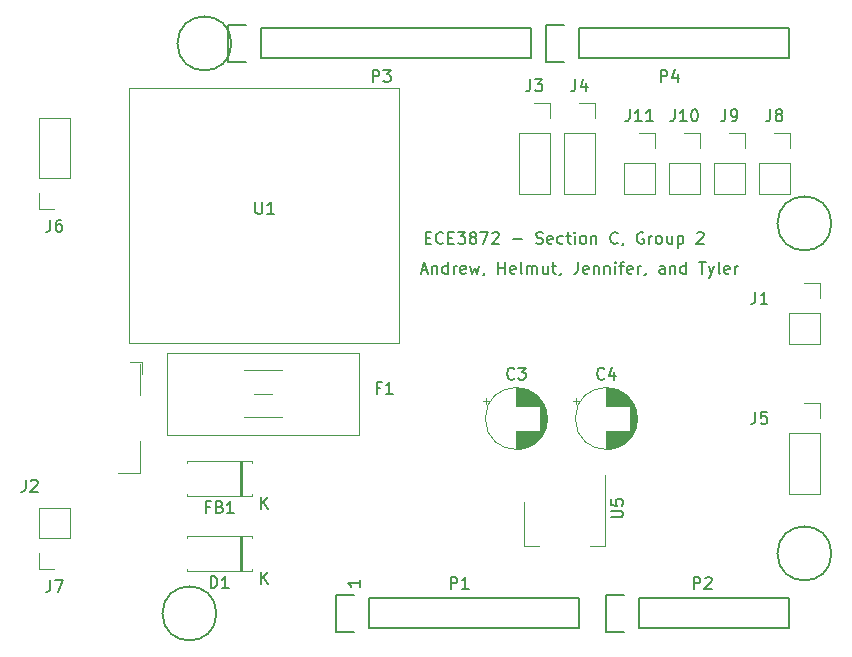
<source format=gbr>
%TF.GenerationSoftware,KiCad,Pcbnew,(5.1.10)-1*%
%TF.CreationDate,2021-10-12T20:12:19-04:00*%
%TF.ProjectId,monkey_arduino_shield,6d6f6e6b-6579-45f6-9172-6475696e6f5f,rev?*%
%TF.SameCoordinates,PX69db1f0PY7882d48*%
%TF.FileFunction,Legend,Top*%
%TF.FilePolarity,Positive*%
%FSLAX46Y46*%
G04 Gerber Fmt 4.6, Leading zero omitted, Abs format (unit mm)*
G04 Created by KiCad (PCBNEW (5.1.10)-1) date 2021-10-12 20:12:19*
%MOMM*%
%LPD*%
G01*
G04 APERTURE LIST*
%ADD10C,0.150000*%
%ADD11C,0.120000*%
G04 APERTURE END LIST*
D10*
X33632857Y31583334D02*
X34109047Y31583334D01*
X33537619Y31297620D02*
X33870952Y32297620D01*
X34204285Y31297620D01*
X34537619Y31964286D02*
X34537619Y31297620D01*
X34537619Y31869048D02*
X34585238Y31916667D01*
X34680476Y31964286D01*
X34823333Y31964286D01*
X34918571Y31916667D01*
X34966190Y31821429D01*
X34966190Y31297620D01*
X35870952Y31297620D02*
X35870952Y32297620D01*
X35870952Y31345239D02*
X35775714Y31297620D01*
X35585238Y31297620D01*
X35490000Y31345239D01*
X35442380Y31392858D01*
X35394761Y31488096D01*
X35394761Y31773810D01*
X35442380Y31869048D01*
X35490000Y31916667D01*
X35585238Y31964286D01*
X35775714Y31964286D01*
X35870952Y31916667D01*
X36347142Y31297620D02*
X36347142Y31964286D01*
X36347142Y31773810D02*
X36394761Y31869048D01*
X36442380Y31916667D01*
X36537619Y31964286D01*
X36632857Y31964286D01*
X37347142Y31345239D02*
X37251904Y31297620D01*
X37061428Y31297620D01*
X36966190Y31345239D01*
X36918571Y31440477D01*
X36918571Y31821429D01*
X36966190Y31916667D01*
X37061428Y31964286D01*
X37251904Y31964286D01*
X37347142Y31916667D01*
X37394761Y31821429D01*
X37394761Y31726191D01*
X36918571Y31630953D01*
X37728095Y31964286D02*
X37918571Y31297620D01*
X38109047Y31773810D01*
X38299523Y31297620D01*
X38490000Y31964286D01*
X38918571Y31345239D02*
X38918571Y31297620D01*
X38870952Y31202381D01*
X38823333Y31154762D01*
X40109047Y31297620D02*
X40109047Y32297620D01*
X40109047Y31821429D02*
X40680476Y31821429D01*
X40680476Y31297620D02*
X40680476Y32297620D01*
X41537619Y31345239D02*
X41442380Y31297620D01*
X41251904Y31297620D01*
X41156666Y31345239D01*
X41109047Y31440477D01*
X41109047Y31821429D01*
X41156666Y31916667D01*
X41251904Y31964286D01*
X41442380Y31964286D01*
X41537619Y31916667D01*
X41585238Y31821429D01*
X41585238Y31726191D01*
X41109047Y31630953D01*
X42156666Y31297620D02*
X42061428Y31345239D01*
X42013809Y31440477D01*
X42013809Y32297620D01*
X42537619Y31297620D02*
X42537619Y31964286D01*
X42537619Y31869048D02*
X42585238Y31916667D01*
X42680476Y31964286D01*
X42823333Y31964286D01*
X42918571Y31916667D01*
X42966190Y31821429D01*
X42966190Y31297620D01*
X42966190Y31821429D02*
X43013809Y31916667D01*
X43109047Y31964286D01*
X43251904Y31964286D01*
X43347142Y31916667D01*
X43394761Y31821429D01*
X43394761Y31297620D01*
X44299523Y31964286D02*
X44299523Y31297620D01*
X43870952Y31964286D02*
X43870952Y31440477D01*
X43918571Y31345239D01*
X44013809Y31297620D01*
X44156666Y31297620D01*
X44251904Y31345239D01*
X44299523Y31392858D01*
X44632857Y31964286D02*
X45013809Y31964286D01*
X44775714Y32297620D02*
X44775714Y31440477D01*
X44823333Y31345239D01*
X44918571Y31297620D01*
X45013809Y31297620D01*
X45394761Y31345239D02*
X45394761Y31297620D01*
X45347142Y31202381D01*
X45299523Y31154762D01*
X46870952Y32297620D02*
X46870952Y31583334D01*
X46823333Y31440477D01*
X46728095Y31345239D01*
X46585238Y31297620D01*
X46490000Y31297620D01*
X47728095Y31345239D02*
X47632857Y31297620D01*
X47442380Y31297620D01*
X47347142Y31345239D01*
X47299523Y31440477D01*
X47299523Y31821429D01*
X47347142Y31916667D01*
X47442380Y31964286D01*
X47632857Y31964286D01*
X47728095Y31916667D01*
X47775714Y31821429D01*
X47775714Y31726191D01*
X47299523Y31630953D01*
X48204285Y31964286D02*
X48204285Y31297620D01*
X48204285Y31869048D02*
X48251904Y31916667D01*
X48347142Y31964286D01*
X48490000Y31964286D01*
X48585238Y31916667D01*
X48632857Y31821429D01*
X48632857Y31297620D01*
X49109047Y31964286D02*
X49109047Y31297620D01*
X49109047Y31869048D02*
X49156666Y31916667D01*
X49251904Y31964286D01*
X49394761Y31964286D01*
X49490000Y31916667D01*
X49537619Y31821429D01*
X49537619Y31297620D01*
X50013809Y31297620D02*
X50013809Y31964286D01*
X50013809Y32297620D02*
X49966190Y32250000D01*
X50013809Y32202381D01*
X50061428Y32250000D01*
X50013809Y32297620D01*
X50013809Y32202381D01*
X50347142Y31964286D02*
X50728095Y31964286D01*
X50490000Y31297620D02*
X50490000Y32154762D01*
X50537619Y32250000D01*
X50632857Y32297620D01*
X50728095Y32297620D01*
X51442380Y31345239D02*
X51347142Y31297620D01*
X51156666Y31297620D01*
X51061428Y31345239D01*
X51013809Y31440477D01*
X51013809Y31821429D01*
X51061428Y31916667D01*
X51156666Y31964286D01*
X51347142Y31964286D01*
X51442380Y31916667D01*
X51490000Y31821429D01*
X51490000Y31726191D01*
X51013809Y31630953D01*
X51918571Y31297620D02*
X51918571Y31964286D01*
X51918571Y31773810D02*
X51966190Y31869048D01*
X52013809Y31916667D01*
X52109047Y31964286D01*
X52204285Y31964286D01*
X52585238Y31345239D02*
X52585238Y31297620D01*
X52537619Y31202381D01*
X52490000Y31154762D01*
X54204285Y31297620D02*
X54204285Y31821429D01*
X54156666Y31916667D01*
X54061428Y31964286D01*
X53870952Y31964286D01*
X53775714Y31916667D01*
X54204285Y31345239D02*
X54109047Y31297620D01*
X53870952Y31297620D01*
X53775714Y31345239D01*
X53728095Y31440477D01*
X53728095Y31535715D01*
X53775714Y31630953D01*
X53870952Y31678572D01*
X54109047Y31678572D01*
X54204285Y31726191D01*
X54680476Y31964286D02*
X54680476Y31297620D01*
X54680476Y31869048D02*
X54728095Y31916667D01*
X54823333Y31964286D01*
X54966190Y31964286D01*
X55061428Y31916667D01*
X55109047Y31821429D01*
X55109047Y31297620D01*
X56013809Y31297620D02*
X56013809Y32297620D01*
X56013809Y31345239D02*
X55918571Y31297620D01*
X55728095Y31297620D01*
X55632857Y31345239D01*
X55585238Y31392858D01*
X55537619Y31488096D01*
X55537619Y31773810D01*
X55585238Y31869048D01*
X55632857Y31916667D01*
X55728095Y31964286D01*
X55918571Y31964286D01*
X56013809Y31916667D01*
X57109047Y32297620D02*
X57680476Y32297620D01*
X57394761Y31297620D02*
X57394761Y32297620D01*
X57918571Y31964286D02*
X58156666Y31297620D01*
X58394761Y31964286D02*
X58156666Y31297620D01*
X58061428Y31059524D01*
X58013809Y31011905D01*
X57918571Y30964286D01*
X58918571Y31297620D02*
X58823333Y31345239D01*
X58775714Y31440477D01*
X58775714Y32297620D01*
X59680476Y31345239D02*
X59585238Y31297620D01*
X59394761Y31297620D01*
X59299523Y31345239D01*
X59251904Y31440477D01*
X59251904Y31821429D01*
X59299523Y31916667D01*
X59394761Y31964286D01*
X59585238Y31964286D01*
X59680476Y31916667D01*
X59728095Y31821429D01*
X59728095Y31726191D01*
X59251904Y31630953D01*
X60156666Y31297620D02*
X60156666Y31964286D01*
X60156666Y31773810D02*
X60204285Y31869048D01*
X60251904Y31916667D01*
X60347142Y31964286D01*
X60442380Y31964286D01*
X33981904Y34361429D02*
X34315238Y34361429D01*
X34458095Y33837620D02*
X33981904Y33837620D01*
X33981904Y34837620D01*
X34458095Y34837620D01*
X35458095Y33932858D02*
X35410476Y33885239D01*
X35267619Y33837620D01*
X35172380Y33837620D01*
X35029523Y33885239D01*
X34934285Y33980477D01*
X34886666Y34075715D01*
X34839047Y34266191D01*
X34839047Y34409048D01*
X34886666Y34599524D01*
X34934285Y34694762D01*
X35029523Y34790000D01*
X35172380Y34837620D01*
X35267619Y34837620D01*
X35410476Y34790000D01*
X35458095Y34742381D01*
X35886666Y34361429D02*
X36220000Y34361429D01*
X36362857Y33837620D02*
X35886666Y33837620D01*
X35886666Y34837620D01*
X36362857Y34837620D01*
X36696190Y34837620D02*
X37315238Y34837620D01*
X36981904Y34456667D01*
X37124761Y34456667D01*
X37220000Y34409048D01*
X37267619Y34361429D01*
X37315238Y34266191D01*
X37315238Y34028096D01*
X37267619Y33932858D01*
X37220000Y33885239D01*
X37124761Y33837620D01*
X36839047Y33837620D01*
X36743809Y33885239D01*
X36696190Y33932858D01*
X37886666Y34409048D02*
X37791428Y34456667D01*
X37743809Y34504286D01*
X37696190Y34599524D01*
X37696190Y34647143D01*
X37743809Y34742381D01*
X37791428Y34790000D01*
X37886666Y34837620D01*
X38077142Y34837620D01*
X38172380Y34790000D01*
X38220000Y34742381D01*
X38267619Y34647143D01*
X38267619Y34599524D01*
X38220000Y34504286D01*
X38172380Y34456667D01*
X38077142Y34409048D01*
X37886666Y34409048D01*
X37791428Y34361429D01*
X37743809Y34313810D01*
X37696190Y34218572D01*
X37696190Y34028096D01*
X37743809Y33932858D01*
X37791428Y33885239D01*
X37886666Y33837620D01*
X38077142Y33837620D01*
X38172380Y33885239D01*
X38220000Y33932858D01*
X38267619Y34028096D01*
X38267619Y34218572D01*
X38220000Y34313810D01*
X38172380Y34361429D01*
X38077142Y34409048D01*
X38600952Y34837620D02*
X39267619Y34837620D01*
X38839047Y33837620D01*
X39600952Y34742381D02*
X39648571Y34790000D01*
X39743809Y34837620D01*
X39981904Y34837620D01*
X40077142Y34790000D01*
X40124761Y34742381D01*
X40172380Y34647143D01*
X40172380Y34551905D01*
X40124761Y34409048D01*
X39553333Y33837620D01*
X40172380Y33837620D01*
X41362857Y34218572D02*
X42124761Y34218572D01*
X43315238Y33885239D02*
X43458095Y33837620D01*
X43696190Y33837620D01*
X43791428Y33885239D01*
X43839047Y33932858D01*
X43886666Y34028096D01*
X43886666Y34123334D01*
X43839047Y34218572D01*
X43791428Y34266191D01*
X43696190Y34313810D01*
X43505714Y34361429D01*
X43410476Y34409048D01*
X43362857Y34456667D01*
X43315238Y34551905D01*
X43315238Y34647143D01*
X43362857Y34742381D01*
X43410476Y34790000D01*
X43505714Y34837620D01*
X43743809Y34837620D01*
X43886666Y34790000D01*
X44696190Y33885239D02*
X44600952Y33837620D01*
X44410476Y33837620D01*
X44315238Y33885239D01*
X44267619Y33980477D01*
X44267619Y34361429D01*
X44315238Y34456667D01*
X44410476Y34504286D01*
X44600952Y34504286D01*
X44696190Y34456667D01*
X44743809Y34361429D01*
X44743809Y34266191D01*
X44267619Y34170953D01*
X45600952Y33885239D02*
X45505714Y33837620D01*
X45315238Y33837620D01*
X45220000Y33885239D01*
X45172380Y33932858D01*
X45124761Y34028096D01*
X45124761Y34313810D01*
X45172380Y34409048D01*
X45220000Y34456667D01*
X45315238Y34504286D01*
X45505714Y34504286D01*
X45600952Y34456667D01*
X45886666Y34504286D02*
X46267619Y34504286D01*
X46029523Y34837620D02*
X46029523Y33980477D01*
X46077142Y33885239D01*
X46172380Y33837620D01*
X46267619Y33837620D01*
X46600952Y33837620D02*
X46600952Y34504286D01*
X46600952Y34837620D02*
X46553333Y34790000D01*
X46600952Y34742381D01*
X46648571Y34790000D01*
X46600952Y34837620D01*
X46600952Y34742381D01*
X47220000Y33837620D02*
X47124761Y33885239D01*
X47077142Y33932858D01*
X47029523Y34028096D01*
X47029523Y34313810D01*
X47077142Y34409048D01*
X47124761Y34456667D01*
X47220000Y34504286D01*
X47362857Y34504286D01*
X47458095Y34456667D01*
X47505714Y34409048D01*
X47553333Y34313810D01*
X47553333Y34028096D01*
X47505714Y33932858D01*
X47458095Y33885239D01*
X47362857Y33837620D01*
X47220000Y33837620D01*
X47981904Y34504286D02*
X47981904Y33837620D01*
X47981904Y34409048D02*
X48029523Y34456667D01*
X48124761Y34504286D01*
X48267619Y34504286D01*
X48362857Y34456667D01*
X48410476Y34361429D01*
X48410476Y33837620D01*
X50220000Y33932858D02*
X50172380Y33885239D01*
X50029523Y33837620D01*
X49934285Y33837620D01*
X49791428Y33885239D01*
X49696190Y33980477D01*
X49648571Y34075715D01*
X49600952Y34266191D01*
X49600952Y34409048D01*
X49648571Y34599524D01*
X49696190Y34694762D01*
X49791428Y34790000D01*
X49934285Y34837620D01*
X50029523Y34837620D01*
X50172380Y34790000D01*
X50220000Y34742381D01*
X50696190Y33885239D02*
X50696190Y33837620D01*
X50648571Y33742381D01*
X50600952Y33694762D01*
X52410476Y34790000D02*
X52315238Y34837620D01*
X52172380Y34837620D01*
X52029523Y34790000D01*
X51934285Y34694762D01*
X51886666Y34599524D01*
X51839047Y34409048D01*
X51839047Y34266191D01*
X51886666Y34075715D01*
X51934285Y33980477D01*
X52029523Y33885239D01*
X52172380Y33837620D01*
X52267619Y33837620D01*
X52410476Y33885239D01*
X52458095Y33932858D01*
X52458095Y34266191D01*
X52267619Y34266191D01*
X52886666Y33837620D02*
X52886666Y34504286D01*
X52886666Y34313810D02*
X52934285Y34409048D01*
X52981904Y34456667D01*
X53077142Y34504286D01*
X53172380Y34504286D01*
X53648571Y33837620D02*
X53553333Y33885239D01*
X53505714Y33932858D01*
X53458095Y34028096D01*
X53458095Y34313810D01*
X53505714Y34409048D01*
X53553333Y34456667D01*
X53648571Y34504286D01*
X53791428Y34504286D01*
X53886666Y34456667D01*
X53934285Y34409048D01*
X53981904Y34313810D01*
X53981904Y34028096D01*
X53934285Y33932858D01*
X53886666Y33885239D01*
X53791428Y33837620D01*
X53648571Y33837620D01*
X54839047Y34504286D02*
X54839047Y33837620D01*
X54410476Y34504286D02*
X54410476Y33980477D01*
X54458095Y33885239D01*
X54553333Y33837620D01*
X54696190Y33837620D01*
X54791428Y33885239D01*
X54839047Y33932858D01*
X55315238Y34504286D02*
X55315238Y33504286D01*
X55315238Y34456667D02*
X55410476Y34504286D01*
X55600952Y34504286D01*
X55696190Y34456667D01*
X55743809Y34409048D01*
X55791428Y34313810D01*
X55791428Y34028096D01*
X55743809Y33932858D01*
X55696190Y33885239D01*
X55600952Y33837620D01*
X55410476Y33837620D01*
X55315238Y33885239D01*
X56934285Y34742381D02*
X56981904Y34790000D01*
X57077142Y34837620D01*
X57315238Y34837620D01*
X57410476Y34790000D01*
X57458095Y34742381D01*
X57505714Y34647143D01*
X57505714Y34551905D01*
X57458095Y34409048D01*
X56886666Y33837620D01*
X57505714Y33837620D01*
X28392380Y5365715D02*
X28392380Y4794286D01*
X28392380Y5080000D02*
X27392380Y5080000D01*
X27535238Y4984762D01*
X27630476Y4889524D01*
X27678095Y4794286D01*
D11*
%TO.C,J2*%
X9790000Y23650000D02*
X9790000Y21050000D01*
X9790000Y14450000D02*
X7890000Y14450000D01*
X9790000Y17150000D02*
X9790000Y14450000D01*
X8940000Y23850000D02*
X9990000Y23850000D01*
X9990000Y22800000D02*
X9990000Y23850000D01*
%TO.C,FB1*%
X19230000Y12630000D02*
X19230000Y12500000D01*
X19230000Y12500000D02*
X13790000Y12500000D01*
X13790000Y12500000D02*
X13790000Y12630000D01*
X19230000Y15310000D02*
X19230000Y15440000D01*
X19230000Y15440000D02*
X13790000Y15440000D01*
X13790000Y15440000D02*
X13790000Y15310000D01*
X18330000Y12500000D02*
X18330000Y15440000D01*
X18210000Y12500000D02*
X18210000Y15440000D01*
X18450000Y12500000D02*
X18450000Y15440000D01*
%TO.C,D1*%
X19230000Y6280000D02*
X19230000Y6150000D01*
X19230000Y6150000D02*
X13790000Y6150000D01*
X13790000Y6150000D02*
X13790000Y6280000D01*
X19230000Y8960000D02*
X19230000Y9090000D01*
X19230000Y9090000D02*
X13790000Y9090000D01*
X13790000Y9090000D02*
X13790000Y8960000D01*
X18330000Y6150000D02*
X18330000Y9090000D01*
X18210000Y6150000D02*
X18210000Y9090000D01*
X18450000Y6150000D02*
X18450000Y9090000D01*
%TO.C,U1*%
X31750000Y25400000D02*
X8890000Y25400000D01*
X8890000Y25400000D02*
X8890000Y46990000D01*
X8890000Y46990000D02*
X31750000Y46990000D01*
X31750000Y46990000D02*
X31750000Y25400000D01*
%TO.C,J11*%
X50740000Y40640000D02*
X53400000Y40640000D01*
X50740000Y40640000D02*
X50740000Y38040000D01*
X50740000Y38040000D02*
X53400000Y38040000D01*
X53400000Y40640000D02*
X53400000Y38040000D01*
X53400000Y43240000D02*
X53400000Y41910000D01*
X52070000Y43240000D02*
X53400000Y43240000D01*
%TO.C,J10*%
X54550000Y40640000D02*
X57210000Y40640000D01*
X54550000Y40640000D02*
X54550000Y38040000D01*
X54550000Y38040000D02*
X57210000Y38040000D01*
X57210000Y40640000D02*
X57210000Y38040000D01*
X57210000Y43240000D02*
X57210000Y41910000D01*
X55880000Y43240000D02*
X57210000Y43240000D01*
%TO.C,J9*%
X58360000Y40640000D02*
X61020000Y40640000D01*
X58360000Y40640000D02*
X58360000Y38040000D01*
X58360000Y38040000D02*
X61020000Y38040000D01*
X61020000Y40640000D02*
X61020000Y38040000D01*
X61020000Y43240000D02*
X61020000Y41910000D01*
X59690000Y43240000D02*
X61020000Y43240000D01*
%TO.C,J8*%
X62170000Y40640000D02*
X64830000Y40640000D01*
X62170000Y40640000D02*
X62170000Y38040000D01*
X62170000Y38040000D02*
X64830000Y38040000D01*
X64830000Y40640000D02*
X64830000Y38040000D01*
X64830000Y43240000D02*
X64830000Y41910000D01*
X63500000Y43240000D02*
X64830000Y43240000D01*
%TO.C,J7*%
X3870000Y8890000D02*
X1210000Y8890000D01*
X3870000Y8890000D02*
X3870000Y11490000D01*
X3870000Y11490000D02*
X1210000Y11490000D01*
X1210000Y8890000D02*
X1210000Y11490000D01*
X1210000Y6290000D02*
X1210000Y7620000D01*
X2540000Y6290000D02*
X1210000Y6290000D01*
%TO.C,J6*%
X3870000Y39370000D02*
X1210000Y39370000D01*
X3870000Y39370000D02*
X3870000Y44510000D01*
X3870000Y44510000D02*
X1210000Y44510000D01*
X1210000Y39370000D02*
X1210000Y44510000D01*
X1210000Y36770000D02*
X1210000Y38100000D01*
X2540000Y36770000D02*
X1210000Y36770000D01*
%TO.C,J5*%
X64710000Y17780000D02*
X67370000Y17780000D01*
X64710000Y17780000D02*
X64710000Y12640000D01*
X64710000Y12640000D02*
X67370000Y12640000D01*
X67370000Y17780000D02*
X67370000Y12640000D01*
X67370000Y20380000D02*
X67370000Y19050000D01*
X66040000Y20380000D02*
X67370000Y20380000D01*
%TO.C,J4*%
X45660000Y43180000D02*
X48320000Y43180000D01*
X45660000Y43180000D02*
X45660000Y38040000D01*
X45660000Y38040000D02*
X48320000Y38040000D01*
X48320000Y43180000D02*
X48320000Y38040000D01*
X48320000Y45780000D02*
X48320000Y44450000D01*
X46990000Y45780000D02*
X48320000Y45780000D01*
%TO.C,J3*%
X41850000Y43180000D02*
X44510000Y43180000D01*
X41850000Y43180000D02*
X41850000Y38040000D01*
X41850000Y38040000D02*
X44510000Y38040000D01*
X44510000Y43180000D02*
X44510000Y38040000D01*
X44510000Y45780000D02*
X44510000Y44450000D01*
X43180000Y45780000D02*
X44510000Y45780000D01*
%TO.C,J1*%
X64710000Y27940000D02*
X67370000Y27940000D01*
X64710000Y27940000D02*
X64710000Y25340000D01*
X64710000Y25340000D02*
X67370000Y25340000D01*
X67370000Y27940000D02*
X67370000Y25340000D01*
X67370000Y30540000D02*
X67370000Y29210000D01*
X66040000Y30540000D02*
X67370000Y30540000D01*
%TO.C,F1*%
X12100000Y24630000D02*
X12100000Y17690000D01*
X12100000Y17690000D02*
X28300000Y17690000D01*
X28300000Y17690000D02*
X28300000Y24630000D01*
X28300000Y24630000D02*
X12100000Y24630000D01*
X19450000Y21160000D02*
X20950000Y21160000D01*
X21800000Y19160000D02*
X18600000Y19160000D01*
X18600000Y23160000D02*
X21800000Y23160000D01*
%TO.C,C4*%
X51880000Y19050000D02*
G75*
G03*
X51880000Y19050000I-2620000J0D01*
G01*
X49260000Y18010000D02*
X49260000Y16470000D01*
X49260000Y21630000D02*
X49260000Y20090000D01*
X49300000Y18010000D02*
X49300000Y16470000D01*
X49300000Y21630000D02*
X49300000Y20090000D01*
X49340000Y21629000D02*
X49340000Y20090000D01*
X49340000Y18010000D02*
X49340000Y16471000D01*
X49380000Y21628000D02*
X49380000Y20090000D01*
X49380000Y18010000D02*
X49380000Y16472000D01*
X49420000Y21626000D02*
X49420000Y20090000D01*
X49420000Y18010000D02*
X49420000Y16474000D01*
X49460000Y21623000D02*
X49460000Y20090000D01*
X49460000Y18010000D02*
X49460000Y16477000D01*
X49500000Y21619000D02*
X49500000Y20090000D01*
X49500000Y18010000D02*
X49500000Y16481000D01*
X49540000Y21615000D02*
X49540000Y20090000D01*
X49540000Y18010000D02*
X49540000Y16485000D01*
X49580000Y21611000D02*
X49580000Y20090000D01*
X49580000Y18010000D02*
X49580000Y16489000D01*
X49620000Y21606000D02*
X49620000Y20090000D01*
X49620000Y18010000D02*
X49620000Y16494000D01*
X49660000Y21600000D02*
X49660000Y20090000D01*
X49660000Y18010000D02*
X49660000Y16500000D01*
X49700000Y21593000D02*
X49700000Y20090000D01*
X49700000Y18010000D02*
X49700000Y16507000D01*
X49740000Y21586000D02*
X49740000Y20090000D01*
X49740000Y18010000D02*
X49740000Y16514000D01*
X49780000Y21578000D02*
X49780000Y20090000D01*
X49780000Y18010000D02*
X49780000Y16522000D01*
X49820000Y21570000D02*
X49820000Y20090000D01*
X49820000Y18010000D02*
X49820000Y16530000D01*
X49860000Y21561000D02*
X49860000Y20090000D01*
X49860000Y18010000D02*
X49860000Y16539000D01*
X49900000Y21551000D02*
X49900000Y20090000D01*
X49900000Y18010000D02*
X49900000Y16549000D01*
X49940000Y21541000D02*
X49940000Y20090000D01*
X49940000Y18010000D02*
X49940000Y16559000D01*
X49981000Y21530000D02*
X49981000Y20090000D01*
X49981000Y18010000D02*
X49981000Y16570000D01*
X50021000Y21518000D02*
X50021000Y20090000D01*
X50021000Y18010000D02*
X50021000Y16582000D01*
X50061000Y21505000D02*
X50061000Y20090000D01*
X50061000Y18010000D02*
X50061000Y16595000D01*
X50101000Y21492000D02*
X50101000Y20090000D01*
X50101000Y18010000D02*
X50101000Y16608000D01*
X50141000Y21478000D02*
X50141000Y20090000D01*
X50141000Y18010000D02*
X50141000Y16622000D01*
X50181000Y21464000D02*
X50181000Y20090000D01*
X50181000Y18010000D02*
X50181000Y16636000D01*
X50221000Y21448000D02*
X50221000Y20090000D01*
X50221000Y18010000D02*
X50221000Y16652000D01*
X50261000Y21432000D02*
X50261000Y20090000D01*
X50261000Y18010000D02*
X50261000Y16668000D01*
X50301000Y21415000D02*
X50301000Y20090000D01*
X50301000Y18010000D02*
X50301000Y16685000D01*
X50341000Y21398000D02*
X50341000Y20090000D01*
X50341000Y18010000D02*
X50341000Y16702000D01*
X50381000Y21379000D02*
X50381000Y20090000D01*
X50381000Y18010000D02*
X50381000Y16721000D01*
X50421000Y21360000D02*
X50421000Y20090000D01*
X50421000Y18010000D02*
X50421000Y16740000D01*
X50461000Y21340000D02*
X50461000Y20090000D01*
X50461000Y18010000D02*
X50461000Y16760000D01*
X50501000Y21318000D02*
X50501000Y20090000D01*
X50501000Y18010000D02*
X50501000Y16782000D01*
X50541000Y21297000D02*
X50541000Y20090000D01*
X50541000Y18010000D02*
X50541000Y16803000D01*
X50581000Y21274000D02*
X50581000Y20090000D01*
X50581000Y18010000D02*
X50581000Y16826000D01*
X50621000Y21250000D02*
X50621000Y20090000D01*
X50621000Y18010000D02*
X50621000Y16850000D01*
X50661000Y21225000D02*
X50661000Y20090000D01*
X50661000Y18010000D02*
X50661000Y16875000D01*
X50701000Y21199000D02*
X50701000Y20090000D01*
X50701000Y18010000D02*
X50701000Y16901000D01*
X50741000Y21172000D02*
X50741000Y20090000D01*
X50741000Y18010000D02*
X50741000Y16928000D01*
X50781000Y21145000D02*
X50781000Y20090000D01*
X50781000Y18010000D02*
X50781000Y16955000D01*
X50821000Y21115000D02*
X50821000Y20090000D01*
X50821000Y18010000D02*
X50821000Y16985000D01*
X50861000Y21085000D02*
X50861000Y20090000D01*
X50861000Y18010000D02*
X50861000Y17015000D01*
X50901000Y21054000D02*
X50901000Y20090000D01*
X50901000Y18010000D02*
X50901000Y17046000D01*
X50941000Y21021000D02*
X50941000Y20090000D01*
X50941000Y18010000D02*
X50941000Y17079000D01*
X50981000Y20987000D02*
X50981000Y20090000D01*
X50981000Y18010000D02*
X50981000Y17113000D01*
X51021000Y20951000D02*
X51021000Y20090000D01*
X51021000Y18010000D02*
X51021000Y17149000D01*
X51061000Y20914000D02*
X51061000Y20090000D01*
X51061000Y18010000D02*
X51061000Y17186000D01*
X51101000Y20876000D02*
X51101000Y20090000D01*
X51101000Y18010000D02*
X51101000Y17224000D01*
X51141000Y20835000D02*
X51141000Y20090000D01*
X51141000Y18010000D02*
X51141000Y17265000D01*
X51181000Y20793000D02*
X51181000Y20090000D01*
X51181000Y18010000D02*
X51181000Y17307000D01*
X51221000Y20749000D02*
X51221000Y20090000D01*
X51221000Y18010000D02*
X51221000Y17351000D01*
X51261000Y20703000D02*
X51261000Y20090000D01*
X51261000Y18010000D02*
X51261000Y17397000D01*
X51301000Y20655000D02*
X51301000Y17445000D01*
X51341000Y20604000D02*
X51341000Y17496000D01*
X51381000Y20550000D02*
X51381000Y17550000D01*
X51421000Y20493000D02*
X51421000Y17607000D01*
X51461000Y20433000D02*
X51461000Y17667000D01*
X51501000Y20369000D02*
X51501000Y17731000D01*
X51541000Y20301000D02*
X51541000Y17799000D01*
X51581000Y20228000D02*
X51581000Y17872000D01*
X51621000Y20148000D02*
X51621000Y17952000D01*
X51661000Y20061000D02*
X51661000Y18039000D01*
X51701000Y19965000D02*
X51701000Y18135000D01*
X51741000Y19855000D02*
X51741000Y18245000D01*
X51781000Y19727000D02*
X51781000Y18373000D01*
X51821000Y19568000D02*
X51821000Y18532000D01*
X51861000Y19334000D02*
X51861000Y18766000D01*
X46455225Y20525000D02*
X46955225Y20525000D01*
X46705225Y20775000D02*
X46705225Y20275000D01*
%TO.C,C3*%
X44260000Y19050000D02*
G75*
G03*
X44260000Y19050000I-2620000J0D01*
G01*
X41640000Y18010000D02*
X41640000Y16470000D01*
X41640000Y21630000D02*
X41640000Y20090000D01*
X41680000Y18010000D02*
X41680000Y16470000D01*
X41680000Y21630000D02*
X41680000Y20090000D01*
X41720000Y21629000D02*
X41720000Y20090000D01*
X41720000Y18010000D02*
X41720000Y16471000D01*
X41760000Y21628000D02*
X41760000Y20090000D01*
X41760000Y18010000D02*
X41760000Y16472000D01*
X41800000Y21626000D02*
X41800000Y20090000D01*
X41800000Y18010000D02*
X41800000Y16474000D01*
X41840000Y21623000D02*
X41840000Y20090000D01*
X41840000Y18010000D02*
X41840000Y16477000D01*
X41880000Y21619000D02*
X41880000Y20090000D01*
X41880000Y18010000D02*
X41880000Y16481000D01*
X41920000Y21615000D02*
X41920000Y20090000D01*
X41920000Y18010000D02*
X41920000Y16485000D01*
X41960000Y21611000D02*
X41960000Y20090000D01*
X41960000Y18010000D02*
X41960000Y16489000D01*
X42000000Y21606000D02*
X42000000Y20090000D01*
X42000000Y18010000D02*
X42000000Y16494000D01*
X42040000Y21600000D02*
X42040000Y20090000D01*
X42040000Y18010000D02*
X42040000Y16500000D01*
X42080000Y21593000D02*
X42080000Y20090000D01*
X42080000Y18010000D02*
X42080000Y16507000D01*
X42120000Y21586000D02*
X42120000Y20090000D01*
X42120000Y18010000D02*
X42120000Y16514000D01*
X42160000Y21578000D02*
X42160000Y20090000D01*
X42160000Y18010000D02*
X42160000Y16522000D01*
X42200000Y21570000D02*
X42200000Y20090000D01*
X42200000Y18010000D02*
X42200000Y16530000D01*
X42240000Y21561000D02*
X42240000Y20090000D01*
X42240000Y18010000D02*
X42240000Y16539000D01*
X42280000Y21551000D02*
X42280000Y20090000D01*
X42280000Y18010000D02*
X42280000Y16549000D01*
X42320000Y21541000D02*
X42320000Y20090000D01*
X42320000Y18010000D02*
X42320000Y16559000D01*
X42361000Y21530000D02*
X42361000Y20090000D01*
X42361000Y18010000D02*
X42361000Y16570000D01*
X42401000Y21518000D02*
X42401000Y20090000D01*
X42401000Y18010000D02*
X42401000Y16582000D01*
X42441000Y21505000D02*
X42441000Y20090000D01*
X42441000Y18010000D02*
X42441000Y16595000D01*
X42481000Y21492000D02*
X42481000Y20090000D01*
X42481000Y18010000D02*
X42481000Y16608000D01*
X42521000Y21478000D02*
X42521000Y20090000D01*
X42521000Y18010000D02*
X42521000Y16622000D01*
X42561000Y21464000D02*
X42561000Y20090000D01*
X42561000Y18010000D02*
X42561000Y16636000D01*
X42601000Y21448000D02*
X42601000Y20090000D01*
X42601000Y18010000D02*
X42601000Y16652000D01*
X42641000Y21432000D02*
X42641000Y20090000D01*
X42641000Y18010000D02*
X42641000Y16668000D01*
X42681000Y21415000D02*
X42681000Y20090000D01*
X42681000Y18010000D02*
X42681000Y16685000D01*
X42721000Y21398000D02*
X42721000Y20090000D01*
X42721000Y18010000D02*
X42721000Y16702000D01*
X42761000Y21379000D02*
X42761000Y20090000D01*
X42761000Y18010000D02*
X42761000Y16721000D01*
X42801000Y21360000D02*
X42801000Y20090000D01*
X42801000Y18010000D02*
X42801000Y16740000D01*
X42841000Y21340000D02*
X42841000Y20090000D01*
X42841000Y18010000D02*
X42841000Y16760000D01*
X42881000Y21318000D02*
X42881000Y20090000D01*
X42881000Y18010000D02*
X42881000Y16782000D01*
X42921000Y21297000D02*
X42921000Y20090000D01*
X42921000Y18010000D02*
X42921000Y16803000D01*
X42961000Y21274000D02*
X42961000Y20090000D01*
X42961000Y18010000D02*
X42961000Y16826000D01*
X43001000Y21250000D02*
X43001000Y20090000D01*
X43001000Y18010000D02*
X43001000Y16850000D01*
X43041000Y21225000D02*
X43041000Y20090000D01*
X43041000Y18010000D02*
X43041000Y16875000D01*
X43081000Y21199000D02*
X43081000Y20090000D01*
X43081000Y18010000D02*
X43081000Y16901000D01*
X43121000Y21172000D02*
X43121000Y20090000D01*
X43121000Y18010000D02*
X43121000Y16928000D01*
X43161000Y21145000D02*
X43161000Y20090000D01*
X43161000Y18010000D02*
X43161000Y16955000D01*
X43201000Y21115000D02*
X43201000Y20090000D01*
X43201000Y18010000D02*
X43201000Y16985000D01*
X43241000Y21085000D02*
X43241000Y20090000D01*
X43241000Y18010000D02*
X43241000Y17015000D01*
X43281000Y21054000D02*
X43281000Y20090000D01*
X43281000Y18010000D02*
X43281000Y17046000D01*
X43321000Y21021000D02*
X43321000Y20090000D01*
X43321000Y18010000D02*
X43321000Y17079000D01*
X43361000Y20987000D02*
X43361000Y20090000D01*
X43361000Y18010000D02*
X43361000Y17113000D01*
X43401000Y20951000D02*
X43401000Y20090000D01*
X43401000Y18010000D02*
X43401000Y17149000D01*
X43441000Y20914000D02*
X43441000Y20090000D01*
X43441000Y18010000D02*
X43441000Y17186000D01*
X43481000Y20876000D02*
X43481000Y20090000D01*
X43481000Y18010000D02*
X43481000Y17224000D01*
X43521000Y20835000D02*
X43521000Y20090000D01*
X43521000Y18010000D02*
X43521000Y17265000D01*
X43561000Y20793000D02*
X43561000Y20090000D01*
X43561000Y18010000D02*
X43561000Y17307000D01*
X43601000Y20749000D02*
X43601000Y20090000D01*
X43601000Y18010000D02*
X43601000Y17351000D01*
X43641000Y20703000D02*
X43641000Y20090000D01*
X43641000Y18010000D02*
X43641000Y17397000D01*
X43681000Y20655000D02*
X43681000Y17445000D01*
X43721000Y20604000D02*
X43721000Y17496000D01*
X43761000Y20550000D02*
X43761000Y17550000D01*
X43801000Y20493000D02*
X43801000Y17607000D01*
X43841000Y20433000D02*
X43841000Y17667000D01*
X43881000Y20369000D02*
X43881000Y17731000D01*
X43921000Y20301000D02*
X43921000Y17799000D01*
X43961000Y20228000D02*
X43961000Y17872000D01*
X44001000Y20148000D02*
X44001000Y17952000D01*
X44041000Y20061000D02*
X44041000Y18039000D01*
X44081000Y19965000D02*
X44081000Y18135000D01*
X44121000Y19855000D02*
X44121000Y18245000D01*
X44161000Y19727000D02*
X44161000Y18373000D01*
X44201000Y19568000D02*
X44201000Y18532000D01*
X44241000Y19334000D02*
X44241000Y18766000D01*
X38835225Y20525000D02*
X39335225Y20525000D01*
X39085225Y20775000D02*
X39085225Y20275000D01*
%TO.C,U5*%
X42310000Y8250000D02*
X43570000Y8250000D01*
X49130000Y8250000D02*
X47870000Y8250000D01*
X42310000Y12010000D02*
X42310000Y8250000D01*
X49130000Y14260000D02*
X49130000Y8250000D01*
D10*
%TO.C,P1*%
X26390000Y4090000D02*
X26390000Y990000D01*
X27940000Y4090000D02*
X26390000Y4090000D01*
X29210000Y1270000D02*
X29210000Y3810000D01*
X26390000Y990000D02*
X27940000Y990000D01*
X46990000Y3810000D02*
X29210000Y3810000D01*
X46990000Y1270000D02*
X46990000Y3810000D01*
X29210000Y1270000D02*
X46990000Y1270000D01*
%TO.C,P2*%
X49250000Y4090000D02*
X49250000Y990000D01*
X50800000Y4090000D02*
X49250000Y4090000D01*
X52070000Y1270000D02*
X52070000Y3810000D01*
X49250000Y990000D02*
X50800000Y990000D01*
X64770000Y3810000D02*
X52070000Y3810000D01*
X64770000Y1270000D02*
X64770000Y3810000D01*
X52070000Y1270000D02*
X64770000Y1270000D01*
%TO.C,P3*%
X17246000Y52350000D02*
X17246000Y49250000D01*
X18796000Y52350000D02*
X17246000Y52350000D01*
X20066000Y49530000D02*
X20066000Y52070000D01*
X17246000Y49250000D02*
X18796000Y49250000D01*
X42926000Y52070000D02*
X20066000Y52070000D01*
X42926000Y49530000D02*
X42926000Y52070000D01*
X20066000Y49530000D02*
X42926000Y49530000D01*
%TO.C,P4*%
X44170000Y52350000D02*
X44170000Y49250000D01*
X45720000Y52350000D02*
X44170000Y52350000D01*
X46990000Y49530000D02*
X46990000Y52070000D01*
X44170000Y49250000D02*
X45720000Y49250000D01*
X64770000Y52070000D02*
X46990000Y52070000D01*
X64770000Y49530000D02*
X64770000Y52070000D01*
X46990000Y49530000D02*
X64770000Y49530000D01*
%TO.C,P5*%
X16256000Y2540000D02*
G75*
G03*
X16256000Y2540000I-2286000J0D01*
G01*
%TO.C,P6*%
X68326000Y7620000D02*
G75*
G03*
X68326000Y7620000I-2286000J0D01*
G01*
%TO.C,P7*%
X17526000Y50800000D02*
G75*
G03*
X17526000Y50800000I-2286000J0D01*
G01*
%TO.C,P8*%
X68326000Y35560000D02*
G75*
G03*
X68326000Y35560000I-2286000J0D01*
G01*
%TO.C,J2*%
X106666Y13847620D02*
X106666Y13133334D01*
X59047Y12990477D01*
X-36191Y12895239D01*
X-179048Y12847620D01*
X-274286Y12847620D01*
X535238Y13752381D02*
X582857Y13800000D01*
X678095Y13847620D01*
X916190Y13847620D01*
X1011428Y13800000D01*
X1059047Y13752381D01*
X1106666Y13657143D01*
X1106666Y13561905D01*
X1059047Y13419048D01*
X487619Y12847620D01*
X1106666Y12847620D01*
%TO.C,FB1*%
X15676666Y11571429D02*
X15343333Y11571429D01*
X15343333Y11047620D02*
X15343333Y12047620D01*
X15819523Y12047620D01*
X16533809Y11571429D02*
X16676666Y11523810D01*
X16724285Y11476191D01*
X16771904Y11380953D01*
X16771904Y11238096D01*
X16724285Y11142858D01*
X16676666Y11095239D01*
X16581428Y11047620D01*
X16200476Y11047620D01*
X16200476Y12047620D01*
X16533809Y12047620D01*
X16629047Y12000000D01*
X16676666Y11952381D01*
X16724285Y11857143D01*
X16724285Y11761905D01*
X16676666Y11666667D01*
X16629047Y11619048D01*
X16533809Y11571429D01*
X16200476Y11571429D01*
X17724285Y11047620D02*
X17152857Y11047620D01*
X17438571Y11047620D02*
X17438571Y12047620D01*
X17343333Y11904762D01*
X17248095Y11809524D01*
X17152857Y11761905D01*
X20058095Y11417620D02*
X20058095Y12417620D01*
X20629523Y11417620D02*
X20200952Y11989048D01*
X20629523Y12417620D02*
X20058095Y11846191D01*
%TO.C,D1*%
X15771904Y4697620D02*
X15771904Y5697620D01*
X16010000Y5697620D01*
X16152857Y5650000D01*
X16248095Y5554762D01*
X16295714Y5459524D01*
X16343333Y5269048D01*
X16343333Y5126191D01*
X16295714Y4935715D01*
X16248095Y4840477D01*
X16152857Y4745239D01*
X16010000Y4697620D01*
X15771904Y4697620D01*
X17295714Y4697620D02*
X16724285Y4697620D01*
X17010000Y4697620D02*
X17010000Y5697620D01*
X16914761Y5554762D01*
X16819523Y5459524D01*
X16724285Y5411905D01*
X20058095Y5067620D02*
X20058095Y6067620D01*
X20629523Y5067620D02*
X20200952Y5639048D01*
X20629523Y6067620D02*
X20058095Y5496191D01*
%TO.C,U1*%
X19558095Y37377620D02*
X19558095Y36568096D01*
X19605714Y36472858D01*
X19653333Y36425239D01*
X19748571Y36377620D01*
X19939047Y36377620D01*
X20034285Y36425239D01*
X20081904Y36472858D01*
X20129523Y36568096D01*
X20129523Y37377620D01*
X21129523Y36377620D02*
X20558095Y36377620D01*
X20843809Y36377620D02*
X20843809Y37377620D01*
X20748571Y37234762D01*
X20653333Y37139524D01*
X20558095Y37091905D01*
%TO.C,J11*%
X51260476Y45227620D02*
X51260476Y44513334D01*
X51212857Y44370477D01*
X51117619Y44275239D01*
X50974761Y44227620D01*
X50879523Y44227620D01*
X52260476Y44227620D02*
X51689047Y44227620D01*
X51974761Y44227620D02*
X51974761Y45227620D01*
X51879523Y45084762D01*
X51784285Y44989524D01*
X51689047Y44941905D01*
X53212857Y44227620D02*
X52641428Y44227620D01*
X52927142Y44227620D02*
X52927142Y45227620D01*
X52831904Y45084762D01*
X52736666Y44989524D01*
X52641428Y44941905D01*
%TO.C,J10*%
X55070476Y45227620D02*
X55070476Y44513334D01*
X55022857Y44370477D01*
X54927619Y44275239D01*
X54784761Y44227620D01*
X54689523Y44227620D01*
X56070476Y44227620D02*
X55499047Y44227620D01*
X55784761Y44227620D02*
X55784761Y45227620D01*
X55689523Y45084762D01*
X55594285Y44989524D01*
X55499047Y44941905D01*
X56689523Y45227620D02*
X56784761Y45227620D01*
X56880000Y45180000D01*
X56927619Y45132381D01*
X56975238Y45037143D01*
X57022857Y44846667D01*
X57022857Y44608572D01*
X56975238Y44418096D01*
X56927619Y44322858D01*
X56880000Y44275239D01*
X56784761Y44227620D01*
X56689523Y44227620D01*
X56594285Y44275239D01*
X56546666Y44322858D01*
X56499047Y44418096D01*
X56451428Y44608572D01*
X56451428Y44846667D01*
X56499047Y45037143D01*
X56546666Y45132381D01*
X56594285Y45180000D01*
X56689523Y45227620D01*
%TO.C,J9*%
X59356666Y45227620D02*
X59356666Y44513334D01*
X59309047Y44370477D01*
X59213809Y44275239D01*
X59070952Y44227620D01*
X58975714Y44227620D01*
X59880476Y44227620D02*
X60070952Y44227620D01*
X60166190Y44275239D01*
X60213809Y44322858D01*
X60309047Y44465715D01*
X60356666Y44656191D01*
X60356666Y45037143D01*
X60309047Y45132381D01*
X60261428Y45180000D01*
X60166190Y45227620D01*
X59975714Y45227620D01*
X59880476Y45180000D01*
X59832857Y45132381D01*
X59785238Y45037143D01*
X59785238Y44799048D01*
X59832857Y44703810D01*
X59880476Y44656191D01*
X59975714Y44608572D01*
X60166190Y44608572D01*
X60261428Y44656191D01*
X60309047Y44703810D01*
X60356666Y44799048D01*
%TO.C,J8*%
X63166666Y45227620D02*
X63166666Y44513334D01*
X63119047Y44370477D01*
X63023809Y44275239D01*
X62880952Y44227620D01*
X62785714Y44227620D01*
X63785714Y44799048D02*
X63690476Y44846667D01*
X63642857Y44894286D01*
X63595238Y44989524D01*
X63595238Y45037143D01*
X63642857Y45132381D01*
X63690476Y45180000D01*
X63785714Y45227620D01*
X63976190Y45227620D01*
X64071428Y45180000D01*
X64119047Y45132381D01*
X64166666Y45037143D01*
X64166666Y44989524D01*
X64119047Y44894286D01*
X64071428Y44846667D01*
X63976190Y44799048D01*
X63785714Y44799048D01*
X63690476Y44751429D01*
X63642857Y44703810D01*
X63595238Y44608572D01*
X63595238Y44418096D01*
X63642857Y44322858D01*
X63690476Y44275239D01*
X63785714Y44227620D01*
X63976190Y44227620D01*
X64071428Y44275239D01*
X64119047Y44322858D01*
X64166666Y44418096D01*
X64166666Y44608572D01*
X64119047Y44703810D01*
X64071428Y44751429D01*
X63976190Y44799048D01*
%TO.C,J7*%
X2206666Y5397620D02*
X2206666Y4683334D01*
X2159047Y4540477D01*
X2063809Y4445239D01*
X1920952Y4397620D01*
X1825714Y4397620D01*
X2587619Y5397620D02*
X3254285Y5397620D01*
X2825714Y4397620D01*
%TO.C,J6*%
X2206666Y35877620D02*
X2206666Y35163334D01*
X2159047Y35020477D01*
X2063809Y34925239D01*
X1920952Y34877620D01*
X1825714Y34877620D01*
X3111428Y35877620D02*
X2920952Y35877620D01*
X2825714Y35830000D01*
X2778095Y35782381D01*
X2682857Y35639524D01*
X2635238Y35449048D01*
X2635238Y35068096D01*
X2682857Y34972858D01*
X2730476Y34925239D01*
X2825714Y34877620D01*
X3016190Y34877620D01*
X3111428Y34925239D01*
X3159047Y34972858D01*
X3206666Y35068096D01*
X3206666Y35306191D01*
X3159047Y35401429D01*
X3111428Y35449048D01*
X3016190Y35496667D01*
X2825714Y35496667D01*
X2730476Y35449048D01*
X2682857Y35401429D01*
X2635238Y35306191D01*
%TO.C,J5*%
X61896666Y19597620D02*
X61896666Y18883334D01*
X61849047Y18740477D01*
X61753809Y18645239D01*
X61610952Y18597620D01*
X61515714Y18597620D01*
X62849047Y19597620D02*
X62372857Y19597620D01*
X62325238Y19121429D01*
X62372857Y19169048D01*
X62468095Y19216667D01*
X62706190Y19216667D01*
X62801428Y19169048D01*
X62849047Y19121429D01*
X62896666Y19026191D01*
X62896666Y18788096D01*
X62849047Y18692858D01*
X62801428Y18645239D01*
X62706190Y18597620D01*
X62468095Y18597620D01*
X62372857Y18645239D01*
X62325238Y18692858D01*
%TO.C,J4*%
X46656666Y47767620D02*
X46656666Y47053334D01*
X46609047Y46910477D01*
X46513809Y46815239D01*
X46370952Y46767620D01*
X46275714Y46767620D01*
X47561428Y47434286D02*
X47561428Y46767620D01*
X47323333Y47815239D02*
X47085238Y47100953D01*
X47704285Y47100953D01*
%TO.C,J3*%
X42846666Y47767620D02*
X42846666Y47053334D01*
X42799047Y46910477D01*
X42703809Y46815239D01*
X42560952Y46767620D01*
X42465714Y46767620D01*
X43227619Y47767620D02*
X43846666Y47767620D01*
X43513333Y47386667D01*
X43656190Y47386667D01*
X43751428Y47339048D01*
X43799047Y47291429D01*
X43846666Y47196191D01*
X43846666Y46958096D01*
X43799047Y46862858D01*
X43751428Y46815239D01*
X43656190Y46767620D01*
X43370476Y46767620D01*
X43275238Y46815239D01*
X43227619Y46862858D01*
%TO.C,J1*%
X61896666Y29757620D02*
X61896666Y29043334D01*
X61849047Y28900477D01*
X61753809Y28805239D01*
X61610952Y28757620D01*
X61515714Y28757620D01*
X62896666Y28757620D02*
X62325238Y28757620D01*
X62610952Y28757620D02*
X62610952Y29757620D01*
X62515714Y29614762D01*
X62420476Y29519524D01*
X62325238Y29471905D01*
%TO.C,F1*%
X30146666Y21661429D02*
X29813333Y21661429D01*
X29813333Y21137620D02*
X29813333Y22137620D01*
X30289523Y22137620D01*
X31194285Y21137620D02*
X30622857Y21137620D01*
X30908571Y21137620D02*
X30908571Y22137620D01*
X30813333Y21994762D01*
X30718095Y21899524D01*
X30622857Y21851905D01*
%TO.C,C4*%
X49093333Y22442858D02*
X49045714Y22395239D01*
X48902857Y22347620D01*
X48807619Y22347620D01*
X48664761Y22395239D01*
X48569523Y22490477D01*
X48521904Y22585715D01*
X48474285Y22776191D01*
X48474285Y22919048D01*
X48521904Y23109524D01*
X48569523Y23204762D01*
X48664761Y23300000D01*
X48807619Y23347620D01*
X48902857Y23347620D01*
X49045714Y23300000D01*
X49093333Y23252381D01*
X49950476Y23014286D02*
X49950476Y22347620D01*
X49712380Y23395239D02*
X49474285Y22680953D01*
X50093333Y22680953D01*
%TO.C,C3*%
X41473333Y22442858D02*
X41425714Y22395239D01*
X41282857Y22347620D01*
X41187619Y22347620D01*
X41044761Y22395239D01*
X40949523Y22490477D01*
X40901904Y22585715D01*
X40854285Y22776191D01*
X40854285Y22919048D01*
X40901904Y23109524D01*
X40949523Y23204762D01*
X41044761Y23300000D01*
X41187619Y23347620D01*
X41282857Y23347620D01*
X41425714Y23300000D01*
X41473333Y23252381D01*
X41806666Y23347620D02*
X42425714Y23347620D01*
X42092380Y22966667D01*
X42235238Y22966667D01*
X42330476Y22919048D01*
X42378095Y22871429D01*
X42425714Y22776191D01*
X42425714Y22538096D01*
X42378095Y22442858D01*
X42330476Y22395239D01*
X42235238Y22347620D01*
X41949523Y22347620D01*
X41854285Y22395239D01*
X41806666Y22442858D01*
%TO.C,U5*%
X49672380Y10668096D02*
X50481904Y10668096D01*
X50577142Y10715715D01*
X50624761Y10763334D01*
X50672380Y10858572D01*
X50672380Y11049048D01*
X50624761Y11144286D01*
X50577142Y11191905D01*
X50481904Y11239524D01*
X49672380Y11239524D01*
X49672380Y12191905D02*
X49672380Y11715715D01*
X50148571Y11668096D01*
X50100952Y11715715D01*
X50053333Y11810953D01*
X50053333Y12049048D01*
X50100952Y12144286D01*
X50148571Y12191905D01*
X50243809Y12239524D01*
X50481904Y12239524D01*
X50577142Y12191905D01*
X50624761Y12144286D01*
X50672380Y12049048D01*
X50672380Y11810953D01*
X50624761Y11715715D01*
X50577142Y11668096D01*
%TO.C,P1*%
X36091904Y4627620D02*
X36091904Y5627620D01*
X36472857Y5627620D01*
X36568095Y5580000D01*
X36615714Y5532381D01*
X36663333Y5437143D01*
X36663333Y5294286D01*
X36615714Y5199048D01*
X36568095Y5151429D01*
X36472857Y5103810D01*
X36091904Y5103810D01*
X37615714Y4627620D02*
X37044285Y4627620D01*
X37330000Y4627620D02*
X37330000Y5627620D01*
X37234761Y5484762D01*
X37139523Y5389524D01*
X37044285Y5341905D01*
%TO.C,P2*%
X56665904Y4627620D02*
X56665904Y5627620D01*
X57046857Y5627620D01*
X57142095Y5580000D01*
X57189714Y5532381D01*
X57237333Y5437143D01*
X57237333Y5294286D01*
X57189714Y5199048D01*
X57142095Y5151429D01*
X57046857Y5103810D01*
X56665904Y5103810D01*
X57618285Y5532381D02*
X57665904Y5580000D01*
X57761142Y5627620D01*
X57999238Y5627620D01*
X58094476Y5580000D01*
X58142095Y5532381D01*
X58189714Y5437143D01*
X58189714Y5341905D01*
X58142095Y5199048D01*
X57570666Y4627620D01*
X58189714Y4627620D01*
%TO.C,P3*%
X29487904Y47553620D02*
X29487904Y48553620D01*
X29868857Y48553620D01*
X29964095Y48506000D01*
X30011714Y48458381D01*
X30059333Y48363143D01*
X30059333Y48220286D01*
X30011714Y48125048D01*
X29964095Y48077429D01*
X29868857Y48029810D01*
X29487904Y48029810D01*
X30392666Y48553620D02*
X31011714Y48553620D01*
X30678380Y48172667D01*
X30821238Y48172667D01*
X30916476Y48125048D01*
X30964095Y48077429D01*
X31011714Y47982191D01*
X31011714Y47744096D01*
X30964095Y47648858D01*
X30916476Y47601239D01*
X30821238Y47553620D01*
X30535523Y47553620D01*
X30440285Y47601239D01*
X30392666Y47648858D01*
%TO.C,P4*%
X53871904Y47553620D02*
X53871904Y48553620D01*
X54252857Y48553620D01*
X54348095Y48506000D01*
X54395714Y48458381D01*
X54443333Y48363143D01*
X54443333Y48220286D01*
X54395714Y48125048D01*
X54348095Y48077429D01*
X54252857Y48029810D01*
X53871904Y48029810D01*
X55300476Y48220286D02*
X55300476Y47553620D01*
X55062380Y48601239D02*
X54824285Y47886953D01*
X55443333Y47886953D01*
%TD*%
M02*

</source>
